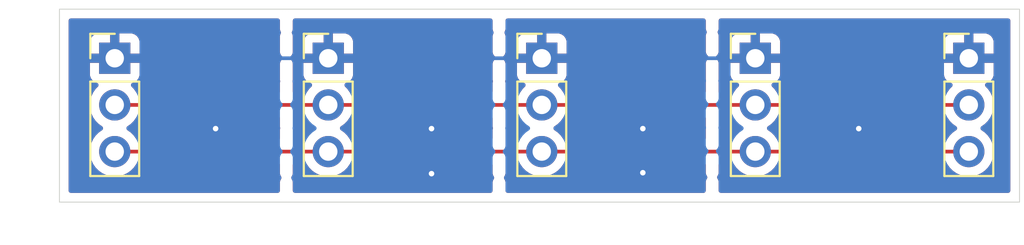
<source format=kicad_pcb>
(kicad_pcb (version 20240108) (generator "pcbnew") (generator_version "8.0")
  (layers (0 "F.Cu" signal) (31 "B.Cu" signal) (34 "B.Paste" user) (35 "F.Paste" user) (36 "B.SilkS" user "B.Silkscreen") (37 "F.SilkS" user "F.Silkscreen") (38 "B.Mask" user) (39 "F.Mask" user) (44 "Edge.Cuts" user))
  (net 0 "")
  (net 1 "Net-(J1-Pin_3)")
  (net 2 "Net-(J1-Pin_1)")
  (net 3 "Net-(J1-Pin_2)")
  (footprint "" (layer "F.Cu") (at 159.275 97.925)
    (property "Reference" "" (at 0 0 0) (layer "F.SilkS") (effects (font (size 1.27 1.27))))
    (property "Value" "")
    (pad "" np_thru_hole oval (at 0 0) (size 0.2 1) (drill oval 0.2 1) (layers "F&B.Cu" "*.Mask"))
  )
  (footprint "" (layer "F.Cu") (at 147.675 100.5)
    (property "Reference" "" (at 0 0 0) (layer "F.SilkS") (effects (font (size 1.27 1.27))))
    (property "Value" "")
    (pad "" np_thru_hole oval (at 0 0) (size 0.2 1) (drill oval 0.2 1) (layers "F&B.Cu" "*.Mask"))
  )
  (footprint "" (layer "F.Cu") (at 159.275 100.475)
    (property "Reference" "" (at 0 0 0) (layer "F.SilkS") (effects (font (size 1.27 1.27))))
    (property "Value" "")
    (pad "" np_thru_hole oval (at 0 0) (size 0.2 1) (drill oval 0.2 1) (layers "F&B.Cu" "*.Mask"))
  )
  (footprint "" (layer "F.Cu") (at 136.1 96.45)
    (property "Reference" "" (at 0 0 0) (layer "F.SilkS") (effects (font (size 1.27 1.27))))
    (property "Value" "")
    (pad "" np_thru_hole oval (at 0 0) (size 0.2 1) (drill oval 0.2 1) (layers "F&B.Cu" "*.Mask"))
  )
  (footprint "" (layer "F.Cu") (at 147.675 101.85)
    (property "Reference" "" (at 0 0 0) (layer "F.SilkS") (effects (font (size 1.27 1.27))))
    (property "Value" "")
    (pad "" np_thru_hole oval (at 0 0) (size 0.2 1) (drill oval 0.2 1) (layers "F&B.Cu" "*.Mask"))
  )
  (footprint "" (layer "F.Cu") (at 147.675 92.65)
    (property "Reference" "" (at 0 0 0) (layer "F.SilkS") (effects (font (size 1.27 1.27))))
    (property "Value" "")
    (pad "" np_thru_hole oval (at 0 0) (size 0.2 1) (drill oval 0.2 1) (layers "F&B.Cu" "*.Mask"))
  )
  (footprint "" (layer "F.Cu") (at 136.1 100.5)
    (property "Reference" "" (at 0 0 0) (layer "F.SilkS") (effects (font (size 1.27 1.27))))
    (property "Value" "")
    (pad "" np_thru_hole oval (at 0 0) (size 0.2 1) (drill oval 0.2 1) (layers "F&B.Cu" "*.Mask"))
  )
  (footprint "" (layer "F.Cu") (at 136.1 93.9)
    (property "Reference" "" (at 0 0 0) (layer "F.SilkS") (effects (font (size 1.27 1.27))))
    (property "Value" "")
    (pad "" np_thru_hole oval (at 0 0) (size 0.2 1) (drill oval 0.2 1) (layers "F&B.Cu" "*.Mask"))
  )
  (footprint "Connector_PinHeader_2.54mm:PinHeader_1x03_P2.54mm_Vertical" (layer "F.Cu") (at 150 94.67)
    (property "Reference" "J3" (hide yes))
    (property "Value" "Conn_01x03_Pin")
    (fp_line (start -1.33 -1.33) (end 0 -1.33) (stroke (width 0.12)) (layer "F.SilkS"))
    (fp_line (start -1.33 0) (end -1.33 -1.33) (stroke (width 0.12)) (layer "F.SilkS"))
    (fp_line (start -1.33 1.27) (end -1.33 6.41) (stroke (width 0.12)) (layer "F.SilkS"))
    (fp_line (start -1.33 1.27) (end 1.33 1.27) (stroke (width 0.12)) (layer "F.SilkS"))
    (fp_line (start -1.33 6.41) (end 1.33 6.41) (stroke (width 0.12)) (layer "F.SilkS"))
    (fp_line (start 1.33 1.27) (end 1.33 6.41) (stroke (width 0.12)) (layer "F.SilkS"))
    (pad "1" thru_hole rect (at 0 0) (size 1.7 1.7) (drill 1) (layers "*.Cu" "*.Mask") (net 2 "Net-(J1-Pin_1)"))
    (pad "2" thru_hole oval (at 0 2.54) (size 1.7 1.7) (drill 1) (layers "*.Cu" "*.Mask") (net 3 "Net-(J1-Pin_2)"))
    (pad "3" thru_hole oval (at 0 5.08) (size 1.7 1.7) (drill 1) (layers "*.Cu" "*.Mask") (net 1 "Net-(J1-Pin_3)"))
  )
  (footprint "" (layer "F.Cu") (at 147.675 96.45)
    (property "Reference" "" (at 0 0 0) (layer "F.SilkS") (effects (font (size 1.27 1.27))))
    (property "Value" "")
    (pad "" np_thru_hole oval (at 0 0) (size 0.2 1) (drill oval 0.2 1) (layers "F&B.Cu" "*.Mask"))
  )
  (footprint "" (layer "F.Cu") (at 147.675 95.4)
    (property "Reference" "" (at 0 0 0) (layer "F.SilkS") (effects (font (size 1.27 1.27))))
    (property "Value" "")
    (pad "" np_thru_hole oval (at 0 0) (size 0.2 1) (drill oval 0.2 1) (layers "F&B.Cu" "*.Mask"))
  )
  (footprint "" (layer "F.Cu") (at 159.275 101.825)
    (property "Reference" "" (at 0 0 0) (layer "F.SilkS") (effects (font (size 1.27 1.27))))
    (property "Value" "")
    (pad "" np_thru_hole oval (at 0 0) (size 0.2 1) (drill oval 0.2 1) (layers "F&B.Cu" "*.Mask"))
  )
  (footprint "" (layer "F.Cu") (at 147.675 99)
    (property "Reference" "" (at 0 0 0) (layer "F.SilkS") (effects (font (size 1.27 1.27))))
    (property "Value" "")
    (pad "" np_thru_hole oval (at 0 0) (size 0.2 1) (drill oval 0.2 1) (layers "F&B.Cu" "*.Mask"))
  )
  (footprint "" (layer "F.Cu") (at 159.275 95.375)
    (property "Reference" "" (at 0 0 0) (layer "F.SilkS") (effects (font (size 1.27 1.27))))
    (property "Value" "")
    (pad "" np_thru_hole oval (at 0 0) (size 0.2 1) (drill oval 0.2 1) (layers "F&B.Cu" "*.Mask"))
  )
  (footprint "" (layer "F.Cu") (at 136.1 95.4)
    (property "Reference" "" (at 0 0 0) (layer "F.SilkS") (effects (font (size 1.27 1.27))))
    (property "Value" "")
    (pad "" np_thru_hole oval (at 0 0) (size 0.2 1) (drill oval 0.2 1) (layers "F&B.Cu" "*.Mask"))
  )
  (footprint "" (layer "F.Cu") (at 136.1 101.85)
    (property "Reference" "" (at 0 0 0) (layer "F.SilkS") (effects (font (size 1.27 1.27))))
    (property "Value" "")
    (pad "" np_thru_hole oval (at 0 0) (size 0.2 1) (drill oval 0.2 1) (layers "F&B.Cu" "*.Mask"))
  )
  (footprint "Connector_PinHeader_2.54mm:PinHeader_1x03_P2.54mm_Vertical" (layer "F.Cu") (at 138.38 94.67)
    (property "Reference" "J4" (hide yes))
    (property "Value" "Conn_01x03_Pin")
    (fp_line (start -1.33 -1.33) (end 0 -1.33) (stroke (width 0.12)) (layer "F.SilkS"))
    (fp_line (start -1.33 0) (end -1.33 -1.33) (stroke (width 0.12)) (layer "F.SilkS"))
    (fp_line (start -1.33 1.27) (end -1.33 6.41) (stroke (width 0.12)) (layer "F.SilkS"))
    (fp_line (start -1.33 1.27) (end 1.33 1.27) (stroke (width 0.12)) (layer "F.SilkS"))
    (fp_line (start -1.33 6.41) (end 1.33 6.41) (stroke (width 0.12)) (layer "F.SilkS"))
    (fp_line (start 1.33 1.27) (end 1.33 6.41) (stroke (width 0.12)) (layer "F.SilkS"))
    (pad "1" thru_hole rect (at 0 0) (size 1.7 1.7) (drill 1) (layers "*.Cu" "*.Mask") (net 2 "Net-(J1-Pin_1)"))
    (pad "2" thru_hole oval (at 0 2.54) (size 1.7 1.7) (drill 1) (layers "*.Cu" "*.Mask") (net 3 "Net-(J1-Pin_2)"))
    (pad "3" thru_hole oval (at 0 5.08) (size 1.7 1.7) (drill 1) (layers "*.Cu" "*.Mask") (net 1 "Net-(J1-Pin_3)"))
  )
  (footprint "" (layer "F.Cu") (at 136.1 99)
    (property "Reference" "" (at 0 0 0) (layer "F.SilkS") (effects (font (size 1.27 1.27))))
    (property "Value" "")
    (pad "" np_thru_hole oval (at 0 0) (size 0.2 1) (drill oval 0.2 1) (layers "F&B.Cu" "*.Mask"))
  )
  (footprint "" (layer "F.Cu") (at 147.675 93.9)
    (property "Reference" "" (at 0 0 0) (layer "F.SilkS") (effects (font (size 1.27 1.27))))
    (property "Value" "")
    (pad "" np_thru_hole oval (at 0 0) (size 0.2 1) (drill oval 0.2 1) (layers "F&B.Cu" "*.Mask"))
  )
  (footprint "" (layer "F.Cu") (at 159.275 96.425)
    (property "Reference" "" (at 0 0 0) (layer "F.SilkS") (effects (font (size 1.27 1.27))))
    (property "Value" "")
    (pad "" np_thru_hole oval (at 0 0) (size 0.2 1) (drill oval 0.2 1) (layers "F&B.Cu" "*.Mask"))
  )
  (footprint "" (layer "F.Cu") (at 159.275 92.625)
    (property "Reference" "" (at 0 0 0) (layer "F.SilkS") (effects (font (size 1.27 1.27))))
    (property "Value" "")
    (pad "" np_thru_hole oval (at 0 0) (size 0.2 1) (drill oval 0.2 1) (layers "F&B.Cu" "*.Mask"))
  )
  (footprint "" (layer "F.Cu") (at 136.1 92.65)
    (property "Reference" "" (at 0 0 0) (layer "F.SilkS") (effects (font (size 1.27 1.27))))
    (property "Value" "")
    (pad "" np_thru_hole oval (at 0 0) (size 0.2 1) (drill oval 0.2 1) (layers "F&B.Cu" "*.Mask"))
  )
  (footprint "" (layer "F.Cu") (at 159.275 93.875)
    (property "Reference" "" (at 0 0 0) (layer "F.SilkS") (effects (font (size 1.27 1.27))))
    (property "Value" "")
    (pad "" np_thru_hole oval (at 0 0) (size 0.2 1) (drill oval 0.2 1) (layers "F&B.Cu" "*.Mask"))
  )
  (footprint "Connector_PinHeader_2.54mm:PinHeader_1x03_P2.54mm_Vertical" (layer "F.Cu") (at 126.76 94.67)
    (property "Reference" "J5" (hide yes))
    (property "Value" "Conn_01x03_Pin")
    (fp_line (start -1.33 -1.33) (end 0 -1.33) (stroke (width 0.12)) (layer "F.SilkS"))
    (fp_line (start -1.33 0) (end -1.33 -1.33) (stroke (width 0.12)) (layer "F.SilkS"))
    (fp_line (start -1.33 1.27) (end -1.33 6.41) (stroke (width 0.12)) (layer "F.SilkS"))
    (fp_line (start -1.33 1.27) (end 1.33 1.27) (stroke (width 0.12)) (layer "F.SilkS"))
    (fp_line (start -1.33 6.41) (end 1.33 6.41) (stroke (width 0.12)) (layer "F.SilkS"))
    (fp_line (start 1.33 1.27) (end 1.33 6.41) (stroke (width 0.12)) (layer "F.SilkS"))
    (pad "1" thru_hole rect (at 0 0) (size 1.7 1.7) (drill 1) (layers "*.Cu" "*.Mask") (net 2 "Net-(J1-Pin_1)"))
    (pad "2" thru_hole oval (at 0 2.54) (size 1.7 1.7) (drill 1) (layers "*.Cu" "*.Mask") (net 3 "Net-(J1-Pin_2)"))
    (pad "3" thru_hole oval (at 0 5.08) (size 1.7 1.7) (drill 1) (layers "*.Cu" "*.Mask") (net 1 "Net-(J1-Pin_3)"))
  )
  (footprint "" (layer "F.Cu") (at 136.1 97.95)
    (property "Reference" "" (at 0 0 0) (layer "F.SilkS") (effects (font (size 1.27 1.27))))
    (property "Value" "")
    (pad "" np_thru_hole oval (at 0 0) (size 0.2 1) (drill oval 0.2 1) (layers "F&B.Cu" "*.Mask"))
  )
  (footprint "Connector_PinHeader_2.54mm:PinHeader_1x03_P2.54mm_Vertical" (layer "F.Cu") (at 173.24 94.67)
    (property "Reference" "J1" (hide yes))
    (property "Value" "Conn_01x03_Pin")
    (fp_line (start -1.33 -1.33) (end 0 -1.33) (stroke (width 0.12)) (layer "F.SilkS"))
    (fp_line (start -1.33 0) (end -1.33 -1.33) (stroke (width 0.12)) (layer "F.SilkS"))
    (fp_line (start -1.33 1.27) (end -1.33 6.41) (stroke (width 0.12)) (layer "F.SilkS"))
    (fp_line (start -1.33 1.27) (end 1.33 1.27) (stroke (width 0.12)) (layer "F.SilkS"))
    (fp_line (start -1.33 6.41) (end 1.33 6.41) (stroke (width 0.12)) (layer "F.SilkS"))
    (fp_line (start 1.33 1.27) (end 1.33 6.41) (stroke (width 0.12)) (layer "F.SilkS"))
    (pad "1" thru_hole rect (at 0 0) (size 1.7 1.7) (drill 1) (layers "*.Cu" "*.Mask") (net 2 "Net-(J1-Pin_1)"))
    (pad "2" thru_hole oval (at 0 2.54) (size 1.7 1.7) (drill 1) (layers "*.Cu" "*.Mask") (net 3 "Net-(J1-Pin_2)"))
    (pad "3" thru_hole oval (at 0 5.08) (size 1.7 1.7) (drill 1) (layers "*.Cu" "*.Mask") (net 1 "Net-(J1-Pin_3)"))
  )
  (footprint "Connector_PinHeader_2.54mm:PinHeader_1x03_P2.54mm_Vertical" (layer "F.Cu") (at 161.62 94.67)
    (property "Reference" "J2" (hide yes))
    (property "Value" "Conn_01x03_Pin")
    (fp_line (start -1.33 -1.33) (end 0 -1.33) (stroke (width 0.12)) (layer "F.SilkS"))
    (fp_line (start -1.33 0) (end -1.33 -1.33) (stroke (width 0.12)) (layer "F.SilkS"))
    (fp_line (start -1.33 1.27) (end -1.33 6.41) (stroke (width 0.12)) (layer "F.SilkS"))
    (fp_line (start -1.33 1.27) (end 1.33 1.27) (stroke (width 0.12)) (layer "F.SilkS"))
    (fp_line (start -1.33 6.41) (end 1.33 6.41) (stroke (width 0.12)) (layer "F.SilkS"))
    (fp_line (start 1.33 1.27) (end 1.33 6.41) (stroke (width 0.12)) (layer "F.SilkS"))
    (pad "1" thru_hole rect (at 0 0) (size 1.7 1.7) (drill 1) (layers "*.Cu" "*.Mask") (net 2 "Net-(J1-Pin_1)"))
    (pad "2" thru_hole oval (at 0 2.54) (size 1.7 1.7) (drill 1) (layers "*.Cu" "*.Mask") (net 3 "Net-(J1-Pin_2)"))
    (pad "3" thru_hole oval (at 0 5.08) (size 1.7 1.7) (drill 1) (layers "*.Cu" "*.Mask") (net 1 "Net-(J1-Pin_3)"))
  )
  (footprint "" (layer "F.Cu") (at 159.275 98.975)
    (property "Reference" "" (at 0 0 0) (layer "F.SilkS") (effects (font (size 1.27 1.27))))
    (property "Value" "")
    (pad "" np_thru_hole oval (at 0 0) (size 0.2 1) (drill oval 0.2 1) (layers "F&B.Cu" "*.Mask"))
  )
  (footprint "" (layer "F.Cu") (at 147.675 97.95)
    (property "Reference" "" (at 0 0 0) (layer "F.SilkS") (effects (font (size 1.27 1.27))))
    (property "Value" "")
    (pad "" np_thru_hole oval (at 0 0) (size 0.2 1) (drill oval 0.2 1) (layers "F&B.Cu" "*.Mask"))
  )
  (gr_rect (start 123.75 92) (end 176 102.5) (stroke (width 0.05)) (fill none) (layer "Edge.Cuts"))
  (segment (start 161.62 99.75) (end 150 99.75) (width 0.2) (layer "F.Cu") (net 1))
  (segment (start 150 99.75) (end 138.38 99.75) (width 0.2) (layer "F.Cu") (net 1))
  (segment (start 173.24 99.75) (end 161.62 99.75) (width 0.2) (layer "F.Cu") (net 1))
  (segment (start 138.38 99.75) (end 126.76 99.75) (width 0.2) (layer "F.Cu") (net 1))
  (via (at 144 98.5) (size 0.6) (drill 0.3) (layers "F.Cu" "B.Cu") (net 2))
  (via (at 155.5 98.5) (size 0.6) (drill 0.3) (layers "F.Cu" "B.Cu") (net 2))
  (via (at 155.5 100.9) (size 0.6) (drill 0.3) (layers "F.Cu" "B.Cu") (net 2))
  (via (at 167.25 98.5) (size 0.6) (drill 0.3) (layers "F.Cu" "B.Cu") (net 2))
  (via (at 132.25 98.5) (size 0.6) (drill 0.3) (layers "F.Cu" "B.Cu") (net 2))
  (via (at 144 100.95) (size 0.6) (drill 0.3) (layers "F.Cu" "B.Cu") (net 2))
  (segment (start 161.62 94.67) (end 150 94.67) (width 0.2) (layer "B.Cu") (net 2))
  (segment (start 150 94.67) (end 138.38 94.67) (width 0.2) (layer "B.Cu") (net 2))
  (segment (start 173.24 94.67) (end 161.62 94.67) (width 0.2) (layer "B.Cu") (net 2))
  (segment (start 138.38 94.67) (end 126.76 94.67) (width 0.2) (layer "B.Cu") (net 2))
  (segment (start 161.62 97.21) (end 150 97.21) (width 0.2) (layer "F.Cu") (net 3))
  (segment (start 173.24 97.21) (end 161.62 97.21) (width 0.2) (layer "F.Cu") (net 3))
  (segment (start 138.38 97.21) (end 126.76 97.21) (width 0.2) (layer "F.Cu") (net 3))
  (segment (start 150 97.21) (end 138.38 97.21) (width 0.2) (layer "F.Cu") (net 3))
  (zone (net 2) (net_name "Net-(J1-Pin_1)") (layers "F&B.Cu") (connect_pads (clearance 0.5)) (min_thickness 0.25) (fill yes (thermal_gap 0.5) (thermal_bridge_width 0.5))
    (polygon (pts (xy 123.5 91.5) (xy 123.5 102.75) (xy 176.25 102.75) (xy 176.25 91.5)))
  )
)
</source>
